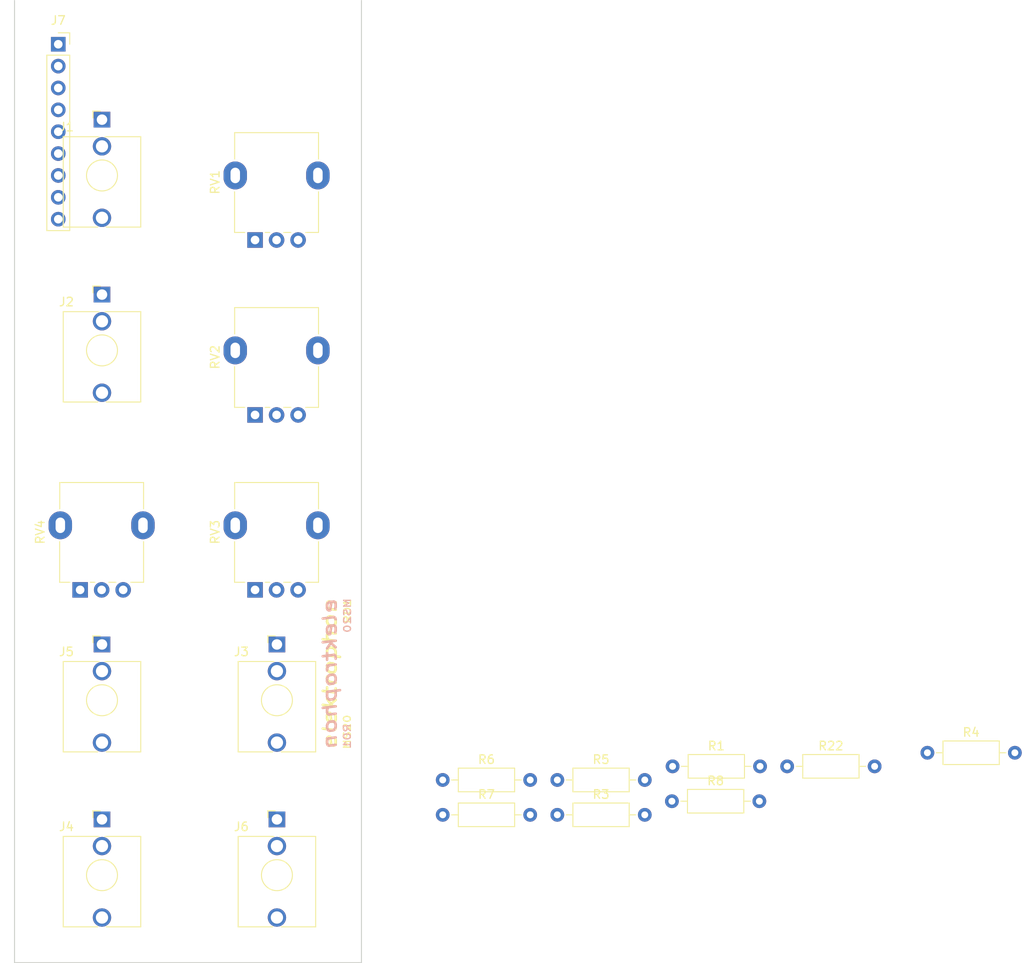
<source format=kicad_pcb>
(kicad_pcb (version 20171130) (host pcbnew 5.1.5-52549c5~84~ubuntu19.04.1)

  (general
    (thickness 1.6)
    (drawings 3)
    (tracks 0)
    (zones 0)
    (modules 20)
    (nets 19)
  )

  (page A4)
  (title_block
    (title Wavefolder)
    (date 2020-02-09)
    (rev R01)
    (comment 1 "PCB for main circuit")
    (comment 2 "Original design by Yves Usson")
    (comment 4 "License CC BY 4.0 - Attribution 4.0 International")
  )

  (layers
    (0 F.Cu signal)
    (31 B.Cu signal)
    (32 B.Adhes user)
    (33 F.Adhes user)
    (34 B.Paste user)
    (35 F.Paste user)
    (36 B.SilkS user)
    (37 F.SilkS user)
    (38 B.Mask user)
    (39 F.Mask user)
    (40 Dwgs.User user)
    (41 Cmts.User user)
    (42 Eco1.User user)
    (43 Eco2.User user)
    (44 Edge.Cuts user)
    (45 Margin user)
    (46 B.CrtYd user)
    (47 F.CrtYd user)
    (48 B.Fab user)
    (49 F.Fab user)
  )

  (setup
    (last_trace_width 0.25)
    (user_trace_width 0.381)
    (user_trace_width 0.762)
    (trace_clearance 0.2)
    (zone_clearance 0.508)
    (zone_45_only no)
    (trace_min 0.2)
    (via_size 0.8)
    (via_drill 0.4)
    (via_min_size 0.4)
    (via_min_drill 0.3)
    (uvia_size 0.3)
    (uvia_drill 0.1)
    (uvias_allowed no)
    (uvia_min_size 0.2)
    (uvia_min_drill 0.1)
    (edge_width 0.05)
    (segment_width 0.2)
    (pcb_text_width 0.3)
    (pcb_text_size 1.5 1.5)
    (mod_edge_width 0.12)
    (mod_text_size 1 1)
    (mod_text_width 0.15)
    (pad_size 1.524 1.524)
    (pad_drill 0.762)
    (pad_to_mask_clearance 0.051)
    (solder_mask_min_width 0.25)
    (aux_axis_origin 0 0)
    (visible_elements 7FFFFFFF)
    (pcbplotparams
      (layerselection 0x010fc_ffffffff)
      (usegerberextensions false)
      (usegerberattributes false)
      (usegerberadvancedattributes false)
      (creategerberjobfile false)
      (excludeedgelayer true)
      (linewidth 0.100000)
      (plotframeref false)
      (viasonmask false)
      (mode 1)
      (useauxorigin false)
      (hpglpennumber 1)
      (hpglpenspeed 20)
      (hpglpendiameter 15.000000)
      (psnegative false)
      (psa4output false)
      (plotreference true)
      (plotvalue true)
      (plotinvisibletext false)
      (padsonsilk false)
      (subtractmaskfromsilk false)
      (outputformat 1)
      (mirror false)
      (drillshape 0)
      (scaleselection 1)
      (outputdirectory "gerbers"))
  )

  (net 0 "")
  (net 1 GND)
  (net 2 +15V)
  (net 3 -15V)
  (net 4 "Net-(J2-PadT)")
  (net 5 "Net-(J5-PadT)")
  (net 6 "Net-(R3-Pad2)")
  (net 7 "Net-(J1-PadT)")
  (net 8 "Net-(J3-PadT)")
  (net 9 "Net-(J4-PadT)")
  (net 10 "Net-(J6-PadT)")
  (net 11 /OUT)
  (net 12 /RES2)
  (net 13 /RES1)
  (net 14 /HP_IN)
  (net 15 /LP_IN)
  (net 16 /CV)
  (net 17 "Net-(R4-Pad2)")
  (net 18 "Net-(R6-Pad2)")

  (net_class Default "This is the default net class."
    (clearance 0.2)
    (trace_width 0.25)
    (via_dia 0.8)
    (via_drill 0.4)
    (uvia_dia 0.3)
    (uvia_drill 0.1)
    (add_net +15V)
    (add_net -15V)
    (add_net /CV)
    (add_net /HP_IN)
    (add_net /LP_IN)
    (add_net /OUT)
    (add_net /RES1)
    (add_net /RES2)
    (add_net GND)
    (add_net "Net-(J1-PadT)")
    (add_net "Net-(J1-PadTN)")
    (add_net "Net-(J2-PadT)")
    (add_net "Net-(J2-PadTN)")
    (add_net "Net-(J3-PadT)")
    (add_net "Net-(J3-PadTN)")
    (add_net "Net-(J4-PadT)")
    (add_net "Net-(J4-PadTN)")
    (add_net "Net-(J5-PadT)")
    (add_net "Net-(J6-PadT)")
    (add_net "Net-(J6-PadTN)")
    (add_net "Net-(R3-Pad2)")
    (add_net "Net-(R4-Pad2)")
    (add_net "Net-(R6-Pad2)")
  )

  (module elektrophon:Potentiometer_Alpha_RD901F-40-00D_Single_Vertical (layer F.Cu) (tedit 5DA46BB9) (tstamp 5E6E5034)
    (at 60.96 111.76 90)
    (descr "Potentiometer, vertical, 9mm, single, http://www.taiwanalpha.com.tw/downloads?target=products&id=113")
    (tags "potentiometer vertical 9mm single")
    (path /5E7E7A25)
    (fp_text reference RV4 (at -0.79 -7.18 270) (layer F.SilkS)
      (effects (font (size 1 1) (thickness 0.15)))
    )
    (fp_text value 100k (at -7.5 7.32 270) (layer F.Fab)
      (effects (font (size 1 1) (thickness 0.15)))
    )
    (fp_line (start -6.62 1.62) (end -6.62 0.79) (layer F.SilkS) (width 0.12))
    (fp_line (start -6.62 -0.83) (end -6.62 -1.36) (layer F.SilkS) (width 0.12))
    (fp_line (start -6.62 -3.73) (end -6.62 -4.91) (layer F.SilkS) (width 0.12))
    (fp_line (start -6.62 4.83) (end -1.9 4.83) (layer F.SilkS) (width 0.12))
    (fp_line (start 1.91 -4.91) (end 4.97 -4.91) (layer F.SilkS) (width 0.12))
    (fp_line (start -6.5 4.71) (end 4.85 4.71) (layer F.Fab) (width 0.1))
    (fp_line (start -6.5 -4.79) (end 4.85 -4.79) (layer F.Fab) (width 0.1))
    (fp_line (start 4.85 4.71) (end 4.85 -4.79) (layer F.Fab) (width 0.1))
    (fp_line (start -6.5 4.71) (end -6.5 -4.79) (layer F.Fab) (width 0.1))
    (fp_circle (center 0 -0.04) (end 0 -3.54) (layer F.Fab) (width 0.1))
    (fp_line (start -6.62 -4.92) (end -1.9 -4.92) (layer F.SilkS) (width 0.12))
    (fp_line (start 1.91 4.83) (end 4.97 4.83) (layer F.SilkS) (width 0.12))
    (fp_line (start -6.62 4.83) (end -6.62 3.34) (layer F.SilkS) (width 0.12))
    (fp_line (start 4.97 4.83) (end 4.97 -4.91) (layer F.SilkS) (width 0.12))
    (fp_line (start 5.1 6.37) (end 5.1 -6.45) (layer F.CrtYd) (width 0.05))
    (fp_line (start 5.1 -6.45) (end -8.65 -6.45) (layer F.CrtYd) (width 0.05))
    (fp_line (start -8.65 -6.45) (end -8.65 6.37) (layer F.CrtYd) (width 0.05))
    (fp_line (start -8.65 6.37) (end 5.1 6.37) (layer F.CrtYd) (width 0.05))
    (fp_text user %R (at 0.12 0 90) (layer F.Fab)
      (effects (font (size 1 1) (thickness 0.15)))
    )
    (pad "" thru_hole oval (at 0 -4.84 180) (size 2.72 3.24) (drill oval 1.1 1.8) (layers *.Cu *.Mask))
    (pad "" thru_hole oval (at 0 4.76 180) (size 2.72 3.24) (drill oval 1.1 1.8) (layers *.Cu *.Mask))
    (pad 3 thru_hole circle (at -7.5 2.46 180) (size 1.8 1.8) (drill 1) (layers *.Cu *.Mask)
      (net 1 GND))
    (pad 2 thru_hole circle (at -7.5 -0.04 180) (size 1.8 1.8) (drill 1) (layers *.Cu *.Mask)
      (net 12 /RES2))
    (pad 1 thru_hole rect (at -7.5 -2.54 180) (size 1.8 1.8) (drill 1) (layers *.Cu *.Mask)
      (net 13 /RES1))
    (model ${KISYS3DMOD}/Potentiometer_THT.3dshapes/Potentiometer_Alpha_RD901F-40-00D_Single_Vertical.wrl
      (at (xyz 0 0 0))
      (scale (xyz 1 1 1))
      (rotate (xyz 0 0 0))
    )
    (model ${KIPRJMOD}/../../../lib/kicad/models/ALPHA-RD901F-40.step
      (at (xyz 0 0 0))
      (scale (xyz 1 1 1))
      (rotate (xyz 0 0 90))
    )
  )

  (module elektrophon:Potentiometer_Alpha_RD901F-40-00D_Single_Vertical (layer F.Cu) (tedit 5DA46BB9) (tstamp 5E6E5018)
    (at 81.28 111.76 90)
    (descr "Potentiometer, vertical, 9mm, single, http://www.taiwanalpha.com.tw/downloads?target=products&id=113")
    (tags "potentiometer vertical 9mm single")
    (path /5E720CFF)
    (fp_text reference RV3 (at -0.79 -7.18 270) (layer F.SilkS)
      (effects (font (size 1 1) (thickness 0.15)))
    )
    (fp_text value 47k (at -7.5 7.32 270) (layer F.Fab)
      (effects (font (size 1 1) (thickness 0.15)))
    )
    (fp_line (start -6.62 1.62) (end -6.62 0.79) (layer F.SilkS) (width 0.12))
    (fp_line (start -6.62 -0.83) (end -6.62 -1.36) (layer F.SilkS) (width 0.12))
    (fp_line (start -6.62 -3.73) (end -6.62 -4.91) (layer F.SilkS) (width 0.12))
    (fp_line (start -6.62 4.83) (end -1.9 4.83) (layer F.SilkS) (width 0.12))
    (fp_line (start 1.91 -4.91) (end 4.97 -4.91) (layer F.SilkS) (width 0.12))
    (fp_line (start -6.5 4.71) (end 4.85 4.71) (layer F.Fab) (width 0.1))
    (fp_line (start -6.5 -4.79) (end 4.85 -4.79) (layer F.Fab) (width 0.1))
    (fp_line (start 4.85 4.71) (end 4.85 -4.79) (layer F.Fab) (width 0.1))
    (fp_line (start -6.5 4.71) (end -6.5 -4.79) (layer F.Fab) (width 0.1))
    (fp_circle (center 0 -0.04) (end 0 -3.54) (layer F.Fab) (width 0.1))
    (fp_line (start -6.62 -4.92) (end -1.9 -4.92) (layer F.SilkS) (width 0.12))
    (fp_line (start 1.91 4.83) (end 4.97 4.83) (layer F.SilkS) (width 0.12))
    (fp_line (start -6.62 4.83) (end -6.62 3.34) (layer F.SilkS) (width 0.12))
    (fp_line (start 4.97 4.83) (end 4.97 -4.91) (layer F.SilkS) (width 0.12))
    (fp_line (start 5.1 6.37) (end 5.1 -6.45) (layer F.CrtYd) (width 0.05))
    (fp_line (start 5.1 -6.45) (end -8.65 -6.45) (layer F.CrtYd) (width 0.05))
    (fp_line (start -8.65 -6.45) (end -8.65 6.37) (layer F.CrtYd) (width 0.05))
    (fp_line (start -8.65 6.37) (end 5.1 6.37) (layer F.CrtYd) (width 0.05))
    (fp_text user %R (at 0.12 0 90) (layer F.Fab)
      (effects (font (size 1 1) (thickness 0.15)))
    )
    (pad "" thru_hole oval (at 0 -4.84 180) (size 2.72 3.24) (drill oval 1.1 1.8) (layers *.Cu *.Mask))
    (pad "" thru_hole oval (at 0 4.76 180) (size 2.72 3.24) (drill oval 1.1 1.8) (layers *.Cu *.Mask))
    (pad 3 thru_hole circle (at -7.5 2.46 180) (size 1.8 1.8) (drill 1) (layers *.Cu *.Mask)
      (net 3 -15V))
    (pad 2 thru_hole circle (at -7.5 -0.04 180) (size 1.8 1.8) (drill 1) (layers *.Cu *.Mask)
      (net 18 "Net-(R6-Pad2)"))
    (pad 1 thru_hole rect (at -7.5 -2.54 180) (size 1.8 1.8) (drill 1) (layers *.Cu *.Mask)
      (net 2 +15V))
    (model ${KISYS3DMOD}/Potentiometer_THT.3dshapes/Potentiometer_Alpha_RD901F-40-00D_Single_Vertical.wrl
      (at (xyz 0 0 0))
      (scale (xyz 1 1 1))
      (rotate (xyz 0 0 0))
    )
    (model ${KIPRJMOD}/../../../lib/kicad/models/ALPHA-RD901F-40.step
      (at (xyz 0 0 0))
      (scale (xyz 1 1 1))
      (rotate (xyz 0 0 90))
    )
  )

  (module elektrophon:Potentiometer_Alpha_RD901F-40-00D_Single_Vertical (layer F.Cu) (tedit 5DA46BB9) (tstamp 5E6E4FFC)
    (at 81.28 91.44 90)
    (descr "Potentiometer, vertical, 9mm, single, http://www.taiwanalpha.com.tw/downloads?target=products&id=113")
    (tags "potentiometer vertical 9mm single")
    (path /5CBD7342)
    (fp_text reference RV2 (at -0.79 -7.18 270) (layer F.SilkS)
      (effects (font (size 1 1) (thickness 0.15)))
    )
    (fp_text value 47k (at -7.5 7.32 270) (layer F.Fab)
      (effects (font (size 1 1) (thickness 0.15)))
    )
    (fp_line (start -6.62 1.62) (end -6.62 0.79) (layer F.SilkS) (width 0.12))
    (fp_line (start -6.62 -0.83) (end -6.62 -1.36) (layer F.SilkS) (width 0.12))
    (fp_line (start -6.62 -3.73) (end -6.62 -4.91) (layer F.SilkS) (width 0.12))
    (fp_line (start -6.62 4.83) (end -1.9 4.83) (layer F.SilkS) (width 0.12))
    (fp_line (start 1.91 -4.91) (end 4.97 -4.91) (layer F.SilkS) (width 0.12))
    (fp_line (start -6.5 4.71) (end 4.85 4.71) (layer F.Fab) (width 0.1))
    (fp_line (start -6.5 -4.79) (end 4.85 -4.79) (layer F.Fab) (width 0.1))
    (fp_line (start 4.85 4.71) (end 4.85 -4.79) (layer F.Fab) (width 0.1))
    (fp_line (start -6.5 4.71) (end -6.5 -4.79) (layer F.Fab) (width 0.1))
    (fp_circle (center 0 -0.04) (end 0 -3.54) (layer F.Fab) (width 0.1))
    (fp_line (start -6.62 -4.92) (end -1.9 -4.92) (layer F.SilkS) (width 0.12))
    (fp_line (start 1.91 4.83) (end 4.97 4.83) (layer F.SilkS) (width 0.12))
    (fp_line (start -6.62 4.83) (end -6.62 3.34) (layer F.SilkS) (width 0.12))
    (fp_line (start 4.97 4.83) (end 4.97 -4.91) (layer F.SilkS) (width 0.12))
    (fp_line (start 5.1 6.37) (end 5.1 -6.45) (layer F.CrtYd) (width 0.05))
    (fp_line (start 5.1 -6.45) (end -8.65 -6.45) (layer F.CrtYd) (width 0.05))
    (fp_line (start -8.65 -6.45) (end -8.65 6.37) (layer F.CrtYd) (width 0.05))
    (fp_line (start -8.65 6.37) (end 5.1 6.37) (layer F.CrtYd) (width 0.05))
    (fp_text user %R (at 0.12 0 90) (layer F.Fab)
      (effects (font (size 1 1) (thickness 0.15)))
    )
    (pad "" thru_hole oval (at 0 -4.84 180) (size 2.72 3.24) (drill oval 1.1 1.8) (layers *.Cu *.Mask))
    (pad "" thru_hole oval (at 0 4.76 180) (size 2.72 3.24) (drill oval 1.1 1.8) (layers *.Cu *.Mask))
    (pad 3 thru_hole circle (at -7.5 2.46 180) (size 1.8 1.8) (drill 1) (layers *.Cu *.Mask)
      (net 4 "Net-(J2-PadT)"))
    (pad 2 thru_hole circle (at -7.5 -0.04 180) (size 1.8 1.8) (drill 1) (layers *.Cu *.Mask)
      (net 17 "Net-(R4-Pad2)"))
    (pad 1 thru_hole rect (at -7.5 -2.54 180) (size 1.8 1.8) (drill 1) (layers *.Cu *.Mask)
      (net 1 GND))
    (model ${KISYS3DMOD}/Potentiometer_THT.3dshapes/Potentiometer_Alpha_RD901F-40-00D_Single_Vertical.wrl
      (at (xyz 0 0 0))
      (scale (xyz 1 1 1))
      (rotate (xyz 0 0 0))
    )
    (model ${KIPRJMOD}/../../../lib/kicad/models/ALPHA-RD901F-40.step
      (at (xyz 0 0 0))
      (scale (xyz 1 1 1))
      (rotate (xyz 0 0 90))
    )
  )

  (module elektrophon:Potentiometer_Alpha_RD901F-40-00D_Single_Vertical (layer F.Cu) (tedit 5DA46BB9) (tstamp 5E6E4FE0)
    (at 81.28 71.12 90)
    (descr "Potentiometer, vertical, 9mm, single, http://www.taiwanalpha.com.tw/downloads?target=products&id=113")
    (tags "potentiometer vertical 9mm single")
    (path /5CBD6C65)
    (fp_text reference RV1 (at -0.79 -7.18 270) (layer F.SilkS)
      (effects (font (size 1 1) (thickness 0.15)))
    )
    (fp_text value 47k (at -7.5 7.32 270) (layer F.Fab)
      (effects (font (size 1 1) (thickness 0.15)))
    )
    (fp_line (start -6.62 1.62) (end -6.62 0.79) (layer F.SilkS) (width 0.12))
    (fp_line (start -6.62 -0.83) (end -6.62 -1.36) (layer F.SilkS) (width 0.12))
    (fp_line (start -6.62 -3.73) (end -6.62 -4.91) (layer F.SilkS) (width 0.12))
    (fp_line (start -6.62 4.83) (end -1.9 4.83) (layer F.SilkS) (width 0.12))
    (fp_line (start 1.91 -4.91) (end 4.97 -4.91) (layer F.SilkS) (width 0.12))
    (fp_line (start -6.5 4.71) (end 4.85 4.71) (layer F.Fab) (width 0.1))
    (fp_line (start -6.5 -4.79) (end 4.85 -4.79) (layer F.Fab) (width 0.1))
    (fp_line (start 4.85 4.71) (end 4.85 -4.79) (layer F.Fab) (width 0.1))
    (fp_line (start -6.5 4.71) (end -6.5 -4.79) (layer F.Fab) (width 0.1))
    (fp_circle (center 0 -0.04) (end 0 -3.54) (layer F.Fab) (width 0.1))
    (fp_line (start -6.62 -4.92) (end -1.9 -4.92) (layer F.SilkS) (width 0.12))
    (fp_line (start 1.91 4.83) (end 4.97 4.83) (layer F.SilkS) (width 0.12))
    (fp_line (start -6.62 4.83) (end -6.62 3.34) (layer F.SilkS) (width 0.12))
    (fp_line (start 4.97 4.83) (end 4.97 -4.91) (layer F.SilkS) (width 0.12))
    (fp_line (start 5.1 6.37) (end 5.1 -6.45) (layer F.CrtYd) (width 0.05))
    (fp_line (start 5.1 -6.45) (end -8.65 -6.45) (layer F.CrtYd) (width 0.05))
    (fp_line (start -8.65 -6.45) (end -8.65 6.37) (layer F.CrtYd) (width 0.05))
    (fp_line (start -8.65 6.37) (end 5.1 6.37) (layer F.CrtYd) (width 0.05))
    (fp_text user %R (at 0.12 0 90) (layer F.Fab)
      (effects (font (size 1 1) (thickness 0.15)))
    )
    (pad "" thru_hole oval (at 0 -4.84 180) (size 2.72 3.24) (drill oval 1.1 1.8) (layers *.Cu *.Mask))
    (pad "" thru_hole oval (at 0 4.76 180) (size 2.72 3.24) (drill oval 1.1 1.8) (layers *.Cu *.Mask))
    (pad 3 thru_hole circle (at -7.5 2.46 180) (size 1.8 1.8) (drill 1) (layers *.Cu *.Mask)
      (net 7 "Net-(J1-PadT)"))
    (pad 2 thru_hole circle (at -7.5 -0.04 180) (size 1.8 1.8) (drill 1) (layers *.Cu *.Mask)
      (net 6 "Net-(R3-Pad2)"))
    (pad 1 thru_hole rect (at -7.5 -2.54 180) (size 1.8 1.8) (drill 1) (layers *.Cu *.Mask)
      (net 1 GND))
    (model ${KISYS3DMOD}/Potentiometer_THT.3dshapes/Potentiometer_Alpha_RD901F-40-00D_Single_Vertical.wrl
      (at (xyz 0 0 0))
      (scale (xyz 1 1 1))
      (rotate (xyz 0 0 0))
    )
    (model ${KIPRJMOD}/../../../lib/kicad/models/ALPHA-RD901F-40.step
      (at (xyz 0 0 0))
      (scale (xyz 1 1 1))
      (rotate (xyz 0 0 90))
    )
  )

  (module Resistor_THT:R_Axial_DIN0207_L6.3mm_D2.5mm_P10.16mm_Horizontal (layer F.Cu) (tedit 5AE5139B) (tstamp 5E6E4FC4)
    (at 140.55 139.76)
    (descr "Resistor, Axial_DIN0207 series, Axial, Horizontal, pin pitch=10.16mm, 0.25W = 1/4W, length*diameter=6.3*2.5mm^2, http://cdn-reichelt.de/documents/datenblatt/B400/1_4W%23YAG.pdf")
    (tags "Resistor Axial_DIN0207 series Axial Horizontal pin pitch 10.16mm 0.25W = 1/4W length 6.3mm diameter 2.5mm")
    (path /5E5FC8C9)
    (fp_text reference R22 (at 5.08 -2.37) (layer F.SilkS)
      (effects (font (size 1 1) (thickness 0.15)))
    )
    (fp_text value 1k (at 5.08 2.37) (layer F.Fab)
      (effects (font (size 1 1) (thickness 0.15)))
    )
    (fp_text user %R (at 5.08 0) (layer F.Fab)
      (effects (font (size 1 1) (thickness 0.15)))
    )
    (fp_line (start 11.21 -1.5) (end -1.05 -1.5) (layer F.CrtYd) (width 0.05))
    (fp_line (start 11.21 1.5) (end 11.21 -1.5) (layer F.CrtYd) (width 0.05))
    (fp_line (start -1.05 1.5) (end 11.21 1.5) (layer F.CrtYd) (width 0.05))
    (fp_line (start -1.05 -1.5) (end -1.05 1.5) (layer F.CrtYd) (width 0.05))
    (fp_line (start 9.12 0) (end 8.35 0) (layer F.SilkS) (width 0.12))
    (fp_line (start 1.04 0) (end 1.81 0) (layer F.SilkS) (width 0.12))
    (fp_line (start 8.35 -1.37) (end 1.81 -1.37) (layer F.SilkS) (width 0.12))
    (fp_line (start 8.35 1.37) (end 8.35 -1.37) (layer F.SilkS) (width 0.12))
    (fp_line (start 1.81 1.37) (end 8.35 1.37) (layer F.SilkS) (width 0.12))
    (fp_line (start 1.81 -1.37) (end 1.81 1.37) (layer F.SilkS) (width 0.12))
    (fp_line (start 10.16 0) (end 8.23 0) (layer F.Fab) (width 0.1))
    (fp_line (start 0 0) (end 1.93 0) (layer F.Fab) (width 0.1))
    (fp_line (start 8.23 -1.25) (end 1.93 -1.25) (layer F.Fab) (width 0.1))
    (fp_line (start 8.23 1.25) (end 8.23 -1.25) (layer F.Fab) (width 0.1))
    (fp_line (start 1.93 1.25) (end 8.23 1.25) (layer F.Fab) (width 0.1))
    (fp_line (start 1.93 -1.25) (end 1.93 1.25) (layer F.Fab) (width 0.1))
    (pad 2 thru_hole oval (at 10.16 0) (size 1.6 1.6) (drill 0.8) (layers *.Cu *.Mask)
      (net 10 "Net-(J6-PadT)"))
    (pad 1 thru_hole circle (at 0 0) (size 1.6 1.6) (drill 0.8) (layers *.Cu *.Mask)
      (net 11 /OUT))
    (model ${KISYS3DMOD}/Resistor_THT.3dshapes/R_Axial_DIN0207_L6.3mm_D2.5mm_P10.16mm_Horizontal.wrl
      (at (xyz 0 0 0))
      (scale (xyz 1 1 1))
      (rotate (xyz 0 0 0))
    )
  )

  (module Resistor_THT:R_Axial_DIN0207_L6.3mm_D2.5mm_P10.16mm_Horizontal (layer F.Cu) (tedit 5AE5139B) (tstamp 5E6E4FAD)
    (at 127.16 143.81)
    (descr "Resistor, Axial_DIN0207 series, Axial, Horizontal, pin pitch=10.16mm, 0.25W = 1/4W, length*diameter=6.3*2.5mm^2, http://cdn-reichelt.de/documents/datenblatt/B400/1_4W%23YAG.pdf")
    (tags "Resistor Axial_DIN0207 series Axial Horizontal pin pitch 10.16mm 0.25W = 1/4W length 6.3mm diameter 2.5mm")
    (path /5E7E7A07)
    (fp_text reference R8 (at 5.08 -2.37) (layer F.SilkS)
      (effects (font (size 1 1) (thickness 0.15)))
    )
    (fp_text value 1k8 (at 5.08 2.37) (layer F.Fab)
      (effects (font (size 1 1) (thickness 0.15)))
    )
    (fp_text user %R (at 5.08 0) (layer F.Fab)
      (effects (font (size 1 1) (thickness 0.15)))
    )
    (fp_line (start 11.21 -1.5) (end -1.05 -1.5) (layer F.CrtYd) (width 0.05))
    (fp_line (start 11.21 1.5) (end 11.21 -1.5) (layer F.CrtYd) (width 0.05))
    (fp_line (start -1.05 1.5) (end 11.21 1.5) (layer F.CrtYd) (width 0.05))
    (fp_line (start -1.05 -1.5) (end -1.05 1.5) (layer F.CrtYd) (width 0.05))
    (fp_line (start 9.12 0) (end 8.35 0) (layer F.SilkS) (width 0.12))
    (fp_line (start 1.04 0) (end 1.81 0) (layer F.SilkS) (width 0.12))
    (fp_line (start 8.35 -1.37) (end 1.81 -1.37) (layer F.SilkS) (width 0.12))
    (fp_line (start 8.35 1.37) (end 8.35 -1.37) (layer F.SilkS) (width 0.12))
    (fp_line (start 1.81 1.37) (end 8.35 1.37) (layer F.SilkS) (width 0.12))
    (fp_line (start 1.81 -1.37) (end 1.81 1.37) (layer F.SilkS) (width 0.12))
    (fp_line (start 10.16 0) (end 8.23 0) (layer F.Fab) (width 0.1))
    (fp_line (start 0 0) (end 1.93 0) (layer F.Fab) (width 0.1))
    (fp_line (start 8.23 -1.25) (end 1.93 -1.25) (layer F.Fab) (width 0.1))
    (fp_line (start 8.23 1.25) (end 8.23 -1.25) (layer F.Fab) (width 0.1))
    (fp_line (start 1.93 1.25) (end 8.23 1.25) (layer F.Fab) (width 0.1))
    (fp_line (start 1.93 -1.25) (end 1.93 1.25) (layer F.Fab) (width 0.1))
    (pad 2 thru_hole oval (at 10.16 0) (size 1.6 1.6) (drill 0.8) (layers *.Cu *.Mask)
      (net 16 /CV))
    (pad 1 thru_hole circle (at 0 0) (size 1.6 1.6) (drill 0.8) (layers *.Cu *.Mask)
      (net 1 GND))
    (model ${KISYS3DMOD}/Resistor_THT.3dshapes/R_Axial_DIN0207_L6.3mm_D2.5mm_P10.16mm_Horizontal.wrl
      (at (xyz 0 0 0))
      (scale (xyz 1 1 1))
      (rotate (xyz 0 0 0))
    )
  )

  (module Resistor_THT:R_Axial_DIN0207_L6.3mm_D2.5mm_P10.16mm_Horizontal (layer F.Cu) (tedit 5AE5139B) (tstamp 5E6E4F96)
    (at 100.54 145.39)
    (descr "Resistor, Axial_DIN0207 series, Axial, Horizontal, pin pitch=10.16mm, 0.25W = 1/4W, length*diameter=6.3*2.5mm^2, http://cdn-reichelt.de/documents/datenblatt/B400/1_4W%23YAG.pdf")
    (tags "Resistor Axial_DIN0207 series Axial Horizontal pin pitch 10.16mm 0.25W = 1/4W length 6.3mm diameter 2.5mm")
    (path /5E7E7A0E)
    (fp_text reference R7 (at 5.08 -2.37) (layer F.SilkS)
      (effects (font (size 1 1) (thickness 0.15)))
    )
    (fp_text value 10k (at 5.08 2.37) (layer F.Fab)
      (effects (font (size 1 1) (thickness 0.15)))
    )
    (fp_text user %R (at 5.08 0) (layer F.Fab)
      (effects (font (size 1 1) (thickness 0.15)))
    )
    (fp_line (start 11.21 -1.5) (end -1.05 -1.5) (layer F.CrtYd) (width 0.05))
    (fp_line (start 11.21 1.5) (end 11.21 -1.5) (layer F.CrtYd) (width 0.05))
    (fp_line (start -1.05 1.5) (end 11.21 1.5) (layer F.CrtYd) (width 0.05))
    (fp_line (start -1.05 -1.5) (end -1.05 1.5) (layer F.CrtYd) (width 0.05))
    (fp_line (start 9.12 0) (end 8.35 0) (layer F.SilkS) (width 0.12))
    (fp_line (start 1.04 0) (end 1.81 0) (layer F.SilkS) (width 0.12))
    (fp_line (start 8.35 -1.37) (end 1.81 -1.37) (layer F.SilkS) (width 0.12))
    (fp_line (start 8.35 1.37) (end 8.35 -1.37) (layer F.SilkS) (width 0.12))
    (fp_line (start 1.81 1.37) (end 8.35 1.37) (layer F.SilkS) (width 0.12))
    (fp_line (start 1.81 -1.37) (end 1.81 1.37) (layer F.SilkS) (width 0.12))
    (fp_line (start 10.16 0) (end 8.23 0) (layer F.Fab) (width 0.1))
    (fp_line (start 0 0) (end 1.93 0) (layer F.Fab) (width 0.1))
    (fp_line (start 8.23 -1.25) (end 1.93 -1.25) (layer F.Fab) (width 0.1))
    (fp_line (start 8.23 1.25) (end 8.23 -1.25) (layer F.Fab) (width 0.1))
    (fp_line (start 1.93 1.25) (end 8.23 1.25) (layer F.Fab) (width 0.1))
    (fp_line (start 1.93 -1.25) (end 1.93 1.25) (layer F.Fab) (width 0.1))
    (pad 2 thru_hole oval (at 10.16 0) (size 1.6 1.6) (drill 0.8) (layers *.Cu *.Mask)
      (net 9 "Net-(J4-PadT)"))
    (pad 1 thru_hole circle (at 0 0) (size 1.6 1.6) (drill 0.8) (layers *.Cu *.Mask)
      (net 15 /LP_IN))
    (model ${KISYS3DMOD}/Resistor_THT.3dshapes/R_Axial_DIN0207_L6.3mm_D2.5mm_P10.16mm_Horizontal.wrl
      (at (xyz 0 0 0))
      (scale (xyz 1 1 1))
      (rotate (xyz 0 0 0))
    )
  )

  (module Resistor_THT:R_Axial_DIN0207_L6.3mm_D2.5mm_P10.16mm_Horizontal (layer F.Cu) (tedit 5AE5139B) (tstamp 5E6E4F7F)
    (at 100.54 141.34)
    (descr "Resistor, Axial_DIN0207 series, Axial, Horizontal, pin pitch=10.16mm, 0.25W = 1/4W, length*diameter=6.3*2.5mm^2, http://cdn-reichelt.de/documents/datenblatt/B400/1_4W%23YAG.pdf")
    (tags "Resistor Axial_DIN0207 series Axial Horizontal pin pitch 10.16mm 0.25W = 1/4W length 6.3mm diameter 2.5mm")
    (path /5CBDD358)
    (fp_text reference R6 (at 5.08 -2.37) (layer F.SilkS)
      (effects (font (size 1 1) (thickness 0.15)))
    )
    (fp_text value 100k (at 5.08 2.37) (layer F.Fab)
      (effects (font (size 1 1) (thickness 0.15)))
    )
    (fp_text user %R (at 5.08 0) (layer F.Fab)
      (effects (font (size 1 1) (thickness 0.15)))
    )
    (fp_line (start 11.21 -1.5) (end -1.05 -1.5) (layer F.CrtYd) (width 0.05))
    (fp_line (start 11.21 1.5) (end 11.21 -1.5) (layer F.CrtYd) (width 0.05))
    (fp_line (start -1.05 1.5) (end 11.21 1.5) (layer F.CrtYd) (width 0.05))
    (fp_line (start -1.05 -1.5) (end -1.05 1.5) (layer F.CrtYd) (width 0.05))
    (fp_line (start 9.12 0) (end 8.35 0) (layer F.SilkS) (width 0.12))
    (fp_line (start 1.04 0) (end 1.81 0) (layer F.SilkS) (width 0.12))
    (fp_line (start 8.35 -1.37) (end 1.81 -1.37) (layer F.SilkS) (width 0.12))
    (fp_line (start 8.35 1.37) (end 8.35 -1.37) (layer F.SilkS) (width 0.12))
    (fp_line (start 1.81 1.37) (end 8.35 1.37) (layer F.SilkS) (width 0.12))
    (fp_line (start 1.81 -1.37) (end 1.81 1.37) (layer F.SilkS) (width 0.12))
    (fp_line (start 10.16 0) (end 8.23 0) (layer F.Fab) (width 0.1))
    (fp_line (start 0 0) (end 1.93 0) (layer F.Fab) (width 0.1))
    (fp_line (start 8.23 -1.25) (end 1.93 -1.25) (layer F.Fab) (width 0.1))
    (fp_line (start 8.23 1.25) (end 8.23 -1.25) (layer F.Fab) (width 0.1))
    (fp_line (start 1.93 1.25) (end 8.23 1.25) (layer F.Fab) (width 0.1))
    (fp_line (start 1.93 -1.25) (end 1.93 1.25) (layer F.Fab) (width 0.1))
    (pad 2 thru_hole oval (at 10.16 0) (size 1.6 1.6) (drill 0.8) (layers *.Cu *.Mask)
      (net 18 "Net-(R6-Pad2)"))
    (pad 1 thru_hole circle (at 0 0) (size 1.6 1.6) (drill 0.8) (layers *.Cu *.Mask)
      (net 16 /CV))
    (model ${KISYS3DMOD}/Resistor_THT.3dshapes/R_Axial_DIN0207_L6.3mm_D2.5mm_P10.16mm_Horizontal.wrl
      (at (xyz 0 0 0))
      (scale (xyz 1 1 1))
      (rotate (xyz 0 0 0))
    )
  )

  (module Resistor_THT:R_Axial_DIN0207_L6.3mm_D2.5mm_P10.16mm_Horizontal (layer F.Cu) (tedit 5AE5139B) (tstamp 5E6E4F68)
    (at 113.85 141.34)
    (descr "Resistor, Axial_DIN0207 series, Axial, Horizontal, pin pitch=10.16mm, 0.25W = 1/4W, length*diameter=6.3*2.5mm^2, http://cdn-reichelt.de/documents/datenblatt/B400/1_4W%23YAG.pdf")
    (tags "Resistor Axial_DIN0207 series Axial Horizontal pin pitch 10.16mm 0.25W = 1/4W length 6.3mm diameter 2.5mm")
    (path /5CBDD9B6)
    (fp_text reference R5 (at 5.08 -2.37) (layer F.SilkS)
      (effects (font (size 1 1) (thickness 0.15)))
    )
    (fp_text value 100k (at 5.08 2.37) (layer F.Fab)
      (effects (font (size 1 1) (thickness 0.15)))
    )
    (fp_text user %R (at 5.08 0) (layer F.Fab)
      (effects (font (size 1 1) (thickness 0.15)))
    )
    (fp_line (start 11.21 -1.5) (end -1.05 -1.5) (layer F.CrtYd) (width 0.05))
    (fp_line (start 11.21 1.5) (end 11.21 -1.5) (layer F.CrtYd) (width 0.05))
    (fp_line (start -1.05 1.5) (end 11.21 1.5) (layer F.CrtYd) (width 0.05))
    (fp_line (start -1.05 -1.5) (end -1.05 1.5) (layer F.CrtYd) (width 0.05))
    (fp_line (start 9.12 0) (end 8.35 0) (layer F.SilkS) (width 0.12))
    (fp_line (start 1.04 0) (end 1.81 0) (layer F.SilkS) (width 0.12))
    (fp_line (start 8.35 -1.37) (end 1.81 -1.37) (layer F.SilkS) (width 0.12))
    (fp_line (start 8.35 1.37) (end 8.35 -1.37) (layer F.SilkS) (width 0.12))
    (fp_line (start 1.81 1.37) (end 8.35 1.37) (layer F.SilkS) (width 0.12))
    (fp_line (start 1.81 -1.37) (end 1.81 1.37) (layer F.SilkS) (width 0.12))
    (fp_line (start 10.16 0) (end 8.23 0) (layer F.Fab) (width 0.1))
    (fp_line (start 0 0) (end 1.93 0) (layer F.Fab) (width 0.1))
    (fp_line (start 8.23 -1.25) (end 1.93 -1.25) (layer F.Fab) (width 0.1))
    (fp_line (start 8.23 1.25) (end 8.23 -1.25) (layer F.Fab) (width 0.1))
    (fp_line (start 1.93 1.25) (end 8.23 1.25) (layer F.Fab) (width 0.1))
    (fp_line (start 1.93 -1.25) (end 1.93 1.25) (layer F.Fab) (width 0.1))
    (pad 2 thru_hole oval (at 10.16 0) (size 1.6 1.6) (drill 0.8) (layers *.Cu *.Mask)
      (net 8 "Net-(J3-PadT)"))
    (pad 1 thru_hole circle (at 0 0) (size 1.6 1.6) (drill 0.8) (layers *.Cu *.Mask)
      (net 16 /CV))
    (model ${KISYS3DMOD}/Resistor_THT.3dshapes/R_Axial_DIN0207_L6.3mm_D2.5mm_P10.16mm_Horizontal.wrl
      (at (xyz 0 0 0))
      (scale (xyz 1 1 1))
      (rotate (xyz 0 0 0))
    )
  )

  (module Resistor_THT:R_Axial_DIN0207_L6.3mm_D2.5mm_P10.16mm_Horizontal (layer F.Cu) (tedit 5AE5139B) (tstamp 5E6E4F51)
    (at 156.84 138.18)
    (descr "Resistor, Axial_DIN0207 series, Axial, Horizontal, pin pitch=10.16mm, 0.25W = 1/4W, length*diameter=6.3*2.5mm^2, http://cdn-reichelt.de/documents/datenblatt/B400/1_4W%23YAG.pdf")
    (tags "Resistor Axial_DIN0207 series Axial Horizontal pin pitch 10.16mm 0.25W = 1/4W length 6.3mm diameter 2.5mm")
    (path /5CBDCE65)
    (fp_text reference R4 (at 5.08 -2.37) (layer F.SilkS)
      (effects (font (size 1 1) (thickness 0.15)))
    )
    (fp_text value 100k (at 5.08 2.37) (layer F.Fab)
      (effects (font (size 1 1) (thickness 0.15)))
    )
    (fp_text user %R (at 5.08 0) (layer F.Fab)
      (effects (font (size 1 1) (thickness 0.15)))
    )
    (fp_line (start 11.21 -1.5) (end -1.05 -1.5) (layer F.CrtYd) (width 0.05))
    (fp_line (start 11.21 1.5) (end 11.21 -1.5) (layer F.CrtYd) (width 0.05))
    (fp_line (start -1.05 1.5) (end 11.21 1.5) (layer F.CrtYd) (width 0.05))
    (fp_line (start -1.05 -1.5) (end -1.05 1.5) (layer F.CrtYd) (width 0.05))
    (fp_line (start 9.12 0) (end 8.35 0) (layer F.SilkS) (width 0.12))
    (fp_line (start 1.04 0) (end 1.81 0) (layer F.SilkS) (width 0.12))
    (fp_line (start 8.35 -1.37) (end 1.81 -1.37) (layer F.SilkS) (width 0.12))
    (fp_line (start 8.35 1.37) (end 8.35 -1.37) (layer F.SilkS) (width 0.12))
    (fp_line (start 1.81 1.37) (end 8.35 1.37) (layer F.SilkS) (width 0.12))
    (fp_line (start 1.81 -1.37) (end 1.81 1.37) (layer F.SilkS) (width 0.12))
    (fp_line (start 10.16 0) (end 8.23 0) (layer F.Fab) (width 0.1))
    (fp_line (start 0 0) (end 1.93 0) (layer F.Fab) (width 0.1))
    (fp_line (start 8.23 -1.25) (end 1.93 -1.25) (layer F.Fab) (width 0.1))
    (fp_line (start 8.23 1.25) (end 8.23 -1.25) (layer F.Fab) (width 0.1))
    (fp_line (start 1.93 1.25) (end 8.23 1.25) (layer F.Fab) (width 0.1))
    (fp_line (start 1.93 -1.25) (end 1.93 1.25) (layer F.Fab) (width 0.1))
    (pad 2 thru_hole oval (at 10.16 0) (size 1.6 1.6) (drill 0.8) (layers *.Cu *.Mask)
      (net 17 "Net-(R4-Pad2)"))
    (pad 1 thru_hole circle (at 0 0) (size 1.6 1.6) (drill 0.8) (layers *.Cu *.Mask)
      (net 16 /CV))
    (model ${KISYS3DMOD}/Resistor_THT.3dshapes/R_Axial_DIN0207_L6.3mm_D2.5mm_P10.16mm_Horizontal.wrl
      (at (xyz 0 0 0))
      (scale (xyz 1 1 1))
      (rotate (xyz 0 0 0))
    )
  )

  (module Resistor_THT:R_Axial_DIN0207_L6.3mm_D2.5mm_P10.16mm_Horizontal (layer F.Cu) (tedit 5AE5139B) (tstamp 5E6E4F3A)
    (at 113.85 145.39)
    (descr "Resistor, Axial_DIN0207 series, Axial, Horizontal, pin pitch=10.16mm, 0.25W = 1/4W, length*diameter=6.3*2.5mm^2, http://cdn-reichelt.de/documents/datenblatt/B400/1_4W%23YAG.pdf")
    (tags "Resistor Axial_DIN0207 series Axial Horizontal pin pitch 10.16mm 0.25W = 1/4W length 6.3mm diameter 2.5mm")
    (path /5CBDCB39)
    (fp_text reference R3 (at 5.08 -2.37) (layer F.SilkS)
      (effects (font (size 1 1) (thickness 0.15)))
    )
    (fp_text value 100k (at 5.08 2.37) (layer F.Fab)
      (effects (font (size 1 1) (thickness 0.15)))
    )
    (fp_text user %R (at 5.08 0) (layer F.Fab)
      (effects (font (size 1 1) (thickness 0.15)))
    )
    (fp_line (start 11.21 -1.5) (end -1.05 -1.5) (layer F.CrtYd) (width 0.05))
    (fp_line (start 11.21 1.5) (end 11.21 -1.5) (layer F.CrtYd) (width 0.05))
    (fp_line (start -1.05 1.5) (end 11.21 1.5) (layer F.CrtYd) (width 0.05))
    (fp_line (start -1.05 -1.5) (end -1.05 1.5) (layer F.CrtYd) (width 0.05))
    (fp_line (start 9.12 0) (end 8.35 0) (layer F.SilkS) (width 0.12))
    (fp_line (start 1.04 0) (end 1.81 0) (layer F.SilkS) (width 0.12))
    (fp_line (start 8.35 -1.37) (end 1.81 -1.37) (layer F.SilkS) (width 0.12))
    (fp_line (start 8.35 1.37) (end 8.35 -1.37) (layer F.SilkS) (width 0.12))
    (fp_line (start 1.81 1.37) (end 8.35 1.37) (layer F.SilkS) (width 0.12))
    (fp_line (start 1.81 -1.37) (end 1.81 1.37) (layer F.SilkS) (width 0.12))
    (fp_line (start 10.16 0) (end 8.23 0) (layer F.Fab) (width 0.1))
    (fp_line (start 0 0) (end 1.93 0) (layer F.Fab) (width 0.1))
    (fp_line (start 8.23 -1.25) (end 1.93 -1.25) (layer F.Fab) (width 0.1))
    (fp_line (start 8.23 1.25) (end 8.23 -1.25) (layer F.Fab) (width 0.1))
    (fp_line (start 1.93 1.25) (end 8.23 1.25) (layer F.Fab) (width 0.1))
    (fp_line (start 1.93 -1.25) (end 1.93 1.25) (layer F.Fab) (width 0.1))
    (pad 2 thru_hole oval (at 10.16 0) (size 1.6 1.6) (drill 0.8) (layers *.Cu *.Mask)
      (net 6 "Net-(R3-Pad2)"))
    (pad 1 thru_hole circle (at 0 0) (size 1.6 1.6) (drill 0.8) (layers *.Cu *.Mask)
      (net 16 /CV))
    (model ${KISYS3DMOD}/Resistor_THT.3dshapes/R_Axial_DIN0207_L6.3mm_D2.5mm_P10.16mm_Horizontal.wrl
      (at (xyz 0 0 0))
      (scale (xyz 1 1 1))
      (rotate (xyz 0 0 0))
    )
  )

  (module Resistor_THT:R_Axial_DIN0207_L6.3mm_D2.5mm_P10.16mm_Horizontal (layer F.Cu) (tedit 5AE5139B) (tstamp 5E6E4F23)
    (at 127.24 139.76)
    (descr "Resistor, Axial_DIN0207 series, Axial, Horizontal, pin pitch=10.16mm, 0.25W = 1/4W, length*diameter=6.3*2.5mm^2, http://cdn-reichelt.de/documents/datenblatt/B400/1_4W%23YAG.pdf")
    (tags "Resistor Axial_DIN0207 series Axial Horizontal pin pitch 10.16mm 0.25W = 1/4W length 6.3mm diameter 2.5mm")
    (path /5E6FE900)
    (fp_text reference R1 (at 5.08 -2.37) (layer F.SilkS)
      (effects (font (size 1 1) (thickness 0.15)))
    )
    (fp_text value 10k (at 5.08 2.37) (layer F.Fab)
      (effects (font (size 1 1) (thickness 0.15)))
    )
    (fp_text user %R (at 5.08 0) (layer F.Fab)
      (effects (font (size 1 1) (thickness 0.15)))
    )
    (fp_line (start 11.21 -1.5) (end -1.05 -1.5) (layer F.CrtYd) (width 0.05))
    (fp_line (start 11.21 1.5) (end 11.21 -1.5) (layer F.CrtYd) (width 0.05))
    (fp_line (start -1.05 1.5) (end 11.21 1.5) (layer F.CrtYd) (width 0.05))
    (fp_line (start -1.05 -1.5) (end -1.05 1.5) (layer F.CrtYd) (width 0.05))
    (fp_line (start 9.12 0) (end 8.35 0) (layer F.SilkS) (width 0.12))
    (fp_line (start 1.04 0) (end 1.81 0) (layer F.SilkS) (width 0.12))
    (fp_line (start 8.35 -1.37) (end 1.81 -1.37) (layer F.SilkS) (width 0.12))
    (fp_line (start 8.35 1.37) (end 8.35 -1.37) (layer F.SilkS) (width 0.12))
    (fp_line (start 1.81 1.37) (end 8.35 1.37) (layer F.SilkS) (width 0.12))
    (fp_line (start 1.81 -1.37) (end 1.81 1.37) (layer F.SilkS) (width 0.12))
    (fp_line (start 10.16 0) (end 8.23 0) (layer F.Fab) (width 0.1))
    (fp_line (start 0 0) (end 1.93 0) (layer F.Fab) (width 0.1))
    (fp_line (start 8.23 -1.25) (end 1.93 -1.25) (layer F.Fab) (width 0.1))
    (fp_line (start 8.23 1.25) (end 8.23 -1.25) (layer F.Fab) (width 0.1))
    (fp_line (start 1.93 1.25) (end 8.23 1.25) (layer F.Fab) (width 0.1))
    (fp_line (start 1.93 -1.25) (end 1.93 1.25) (layer F.Fab) (width 0.1))
    (pad 2 thru_hole oval (at 10.16 0) (size 1.6 1.6) (drill 0.8) (layers *.Cu *.Mask)
      (net 5 "Net-(J5-PadT)"))
    (pad 1 thru_hole circle (at 0 0) (size 1.6 1.6) (drill 0.8) (layers *.Cu *.Mask)
      (net 14 /HP_IN))
    (model ${KISYS3DMOD}/Resistor_THT.3dshapes/R_Axial_DIN0207_L6.3mm_D2.5mm_P10.16mm_Horizontal.wrl
      (at (xyz 0 0 0))
      (scale (xyz 1 1 1))
      (rotate (xyz 0 0 0))
    )
  )

  (module Connector_PinSocket_2.54mm:PinSocket_1x09_P2.54mm_Vertical (layer F.Cu) (tedit 5A19A431) (tstamp 5E6E4F0C)
    (at 55.88 55.88)
    (descr "Through hole straight socket strip, 1x09, 2.54mm pitch, single row (from Kicad 4.0.7), script generated")
    (tags "Through hole socket strip THT 1x09 2.54mm single row")
    (path /5E71841B)
    (fp_text reference J7 (at 0 -2.77) (layer F.SilkS)
      (effects (font (size 1 1) (thickness 0.15)))
    )
    (fp_text value Conn_01x09_Male (at 0 23.09) (layer F.Fab)
      (effects (font (size 1 1) (thickness 0.15)))
    )
    (fp_text user %R (at 0 10.16 90) (layer F.Fab)
      (effects (font (size 1 1) (thickness 0.15)))
    )
    (fp_line (start -1.8 22.1) (end -1.8 -1.8) (layer F.CrtYd) (width 0.05))
    (fp_line (start 1.75 22.1) (end -1.8 22.1) (layer F.CrtYd) (width 0.05))
    (fp_line (start 1.75 -1.8) (end 1.75 22.1) (layer F.CrtYd) (width 0.05))
    (fp_line (start -1.8 -1.8) (end 1.75 -1.8) (layer F.CrtYd) (width 0.05))
    (fp_line (start 0 -1.33) (end 1.33 -1.33) (layer F.SilkS) (width 0.12))
    (fp_line (start 1.33 -1.33) (end 1.33 0) (layer F.SilkS) (width 0.12))
    (fp_line (start 1.33 1.27) (end 1.33 21.65) (layer F.SilkS) (width 0.12))
    (fp_line (start -1.33 21.65) (end 1.33 21.65) (layer F.SilkS) (width 0.12))
    (fp_line (start -1.33 1.27) (end -1.33 21.65) (layer F.SilkS) (width 0.12))
    (fp_line (start -1.33 1.27) (end 1.33 1.27) (layer F.SilkS) (width 0.12))
    (fp_line (start -1.27 21.59) (end -1.27 -1.27) (layer F.Fab) (width 0.1))
    (fp_line (start 1.27 21.59) (end -1.27 21.59) (layer F.Fab) (width 0.1))
    (fp_line (start 1.27 -0.635) (end 1.27 21.59) (layer F.Fab) (width 0.1))
    (fp_line (start 0.635 -1.27) (end 1.27 -0.635) (layer F.Fab) (width 0.1))
    (fp_line (start -1.27 -1.27) (end 0.635 -1.27) (layer F.Fab) (width 0.1))
    (pad 9 thru_hole oval (at 0 20.32) (size 1.7 1.7) (drill 1) (layers *.Cu *.Mask)
      (net 11 /OUT))
    (pad 8 thru_hole oval (at 0 17.78) (size 1.7 1.7) (drill 1) (layers *.Cu *.Mask)
      (net 12 /RES2))
    (pad 7 thru_hole oval (at 0 15.24) (size 1.7 1.7) (drill 1) (layers *.Cu *.Mask)
      (net 13 /RES1))
    (pad 6 thru_hole oval (at 0 12.7) (size 1.7 1.7) (drill 1) (layers *.Cu *.Mask)
      (net 14 /HP_IN))
    (pad 5 thru_hole oval (at 0 10.16) (size 1.7 1.7) (drill 1) (layers *.Cu *.Mask)
      (net 15 /LP_IN))
    (pad 4 thru_hole oval (at 0 7.62) (size 1.7 1.7) (drill 1) (layers *.Cu *.Mask)
      (net 16 /CV))
    (pad 3 thru_hole oval (at 0 5.08) (size 1.7 1.7) (drill 1) (layers *.Cu *.Mask)
      (net 1 GND))
    (pad 2 thru_hole oval (at 0 2.54) (size 1.7 1.7) (drill 1) (layers *.Cu *.Mask)
      (net 3 -15V))
    (pad 1 thru_hole rect (at 0 0) (size 1.7 1.7) (drill 1) (layers *.Cu *.Mask)
      (net 2 +15V))
    (model ${KISYS3DMOD}/Connector_PinSocket_2.54mm.3dshapes/PinSocket_1x09_P2.54mm_Vertical.wrl
      (at (xyz 0 0 0))
      (scale (xyz 1 1 1))
      (rotate (xyz 0 0 0))
    )
  )

  (module elektrophon:Jack_3.5mm_WQP-PJ398SM_Vertical (layer F.Cu) (tedit 5DA46BDA) (tstamp 5E6E4EEF)
    (at 81.28 152.4)
    (descr "TRS 3.5mm, vertical, Thonkiconn, PCB mount, (http://www.qingpu-electronics.com/en/products/WQP-PJ398SM-362.html)")
    (tags "WQP-PJ398SM WQP-PJ301M-12 TRS 3.5mm mono vertical jack thonkiconn qingpu")
    (path /5D7D8B20)
    (fp_text reference J6 (at -4.13 -5.63) (layer F.SilkS)
      (effects (font (size 1 1) (thickness 0.15)))
    )
    (fp_text value OUT (at 0 -1.48) (layer F.Fab)
      (effects (font (size 1 1) (thickness 0.15)))
    )
    (fp_text user KEEPOUT (at 0 0 180) (layer Cmts.User)
      (effects (font (size 0.4 0.4) (thickness 0.051)))
    )
    (fp_line (start -5 6.5) (end -5 -7.9) (layer F.CrtYd) (width 0.05))
    (fp_line (start -4.5 6) (end -4.5 -4.4) (layer F.Fab) (width 0.1))
    (fp_text user %R (at 0 1.52) (layer F.Fab)
      (effects (font (size 1 1) (thickness 0.15)))
    )
    (fp_line (start -4.5 -4.5) (end -4.5 6) (layer F.SilkS) (width 0.12))
    (fp_line (start 4.5 -4.5) (end 4.5 6) (layer F.SilkS) (width 0.12))
    (fp_circle (center 0 0) (end 1.5 0) (layer Dwgs.User) (width 0.12))
    (fp_line (start 0.09 1.48) (end 1.48 0.09) (layer Dwgs.User) (width 0.12))
    (fp_line (start -0.58 1.35) (end 1.36 -0.59) (layer Dwgs.User) (width 0.12))
    (fp_line (start -1.07 1.01) (end 1.01 -1.07) (layer Dwgs.User) (width 0.12))
    (fp_line (start -1.42 0.395) (end 0.4 -1.42) (layer Dwgs.User) (width 0.12))
    (fp_line (start -1.41 -0.46) (end -0.46 -1.41) (layer Dwgs.User) (width 0.12))
    (fp_line (start 4.5 6) (end 0.5 6) (layer F.SilkS) (width 0.12))
    (fp_line (start -0.5 6) (end -4.5 6) (layer F.SilkS) (width 0.12))
    (fp_line (start 4.5 -4.5) (end 0.35 -4.5) (layer F.SilkS) (width 0.12))
    (fp_line (start -0.35 -4.5) (end -4.5 -4.5) (layer F.SilkS) (width 0.12))
    (fp_circle (center 0 0) (end 1.8 0) (layer F.SilkS) (width 0.12))
    (fp_line (start -1.06 -7.48) (end -1.06 -6.68) (layer F.SilkS) (width 0.12))
    (fp_line (start -1.06 -7.48) (end -0.2 -7.48) (layer F.SilkS) (width 0.12))
    (fp_line (start 4.5 6) (end 4.5 -4.4) (layer F.Fab) (width 0.1))
    (fp_line (start 4.5 6) (end -4.5 6) (layer F.Fab) (width 0.1))
    (fp_line (start 5 6.5) (end 5 -7.9) (layer F.CrtYd) (width 0.05))
    (fp_line (start 5 6.5) (end -5 6.5) (layer F.CrtYd) (width 0.05))
    (fp_line (start 5 -7.9) (end -5 -7.9) (layer F.CrtYd) (width 0.05))
    (fp_line (start 4.5 -4.45) (end -4.5 -4.45) (layer F.Fab) (width 0.1))
    (fp_circle (center 0 0) (end 1.8 0) (layer F.Fab) (width 0.1))
    (fp_line (start 0 -6.48) (end 0 -4.45) (layer F.Fab) (width 0.1))
    (pad TN thru_hole circle (at 0 -3.38 180) (size 2.13 2.13) (drill 1.42) (layers *.Cu *.Mask))
    (pad S thru_hole rect (at 0 -6.48 180) (size 1.93 1.83) (drill 1.22) (layers *.Cu *.Mask)
      (net 1 GND))
    (pad T thru_hole circle (at 0 4.92 180) (size 2.13 2.13) (drill 1.43) (layers *.Cu *.Mask)
      (net 10 "Net-(J6-PadT)"))
    (model ${KISYS3DMOD}/Connector_Audio.3dshapes/Jack_3.5mm_QingPu_WQP-PJ398SM_Vertical.wrl
      (at (xyz 0 0 0))
      (scale (xyz 1 1 1))
      (rotate (xyz 0 0 0))
    )
    (model "${KIPRJMOD}/../../../lib/kicad/models/PJ301M-12 Thonkiconn v0.2.stp"
      (offset (xyz 0 -1 0))
      (scale (xyz 1 1 1))
      (rotate (xyz 0 0 180))
    )
  )

  (module elektrophon:Jack_3.5mm_WQP-PJ398SM_Vertical (layer F.Cu) (tedit 5DA46BDA) (tstamp 5E6E4ECD)
    (at 60.96 132.08)
    (descr "TRS 3.5mm, vertical, Thonkiconn, PCB mount, (http://www.qingpu-electronics.com/en/products/WQP-PJ398SM-362.html)")
    (tags "WQP-PJ398SM WQP-PJ301M-12 TRS 3.5mm mono vertical jack thonkiconn qingpu")
    (path /5E720CF6)
    (fp_text reference J5 (at -4.13 -5.63) (layer F.SilkS)
      (effects (font (size 1 1) (thickness 0.15)))
    )
    (fp_text value "HP IN" (at 0 -1.48) (layer F.Fab)
      (effects (font (size 1 1) (thickness 0.15)))
    )
    (fp_text user KEEPOUT (at 0 0 180) (layer Cmts.User)
      (effects (font (size 0.4 0.4) (thickness 0.051)))
    )
    (fp_line (start -5 6.5) (end -5 -7.9) (layer F.CrtYd) (width 0.05))
    (fp_line (start -4.5 6) (end -4.5 -4.4) (layer F.Fab) (width 0.1))
    (fp_text user %R (at 0 1.52) (layer F.Fab)
      (effects (font (size 1 1) (thickness 0.15)))
    )
    (fp_line (start -4.5 -4.5) (end -4.5 6) (layer F.SilkS) (width 0.12))
    (fp_line (start 4.5 -4.5) (end 4.5 6) (layer F.SilkS) (width 0.12))
    (fp_circle (center 0 0) (end 1.5 0) (layer Dwgs.User) (width 0.12))
    (fp_line (start 0.09 1.48) (end 1.48 0.09) (layer Dwgs.User) (width 0.12))
    (fp_line (start -0.58 1.35) (end 1.36 -0.59) (layer Dwgs.User) (width 0.12))
    (fp_line (start -1.07 1.01) (end 1.01 -1.07) (layer Dwgs.User) (width 0.12))
    (fp_line (start -1.42 0.395) (end 0.4 -1.42) (layer Dwgs.User) (width 0.12))
    (fp_line (start -1.41 -0.46) (end -0.46 -1.41) (layer Dwgs.User) (width 0.12))
    (fp_line (start 4.5 6) (end 0.5 6) (layer F.SilkS) (width 0.12))
    (fp_line (start -0.5 6) (end -4.5 6) (layer F.SilkS) (width 0.12))
    (fp_line (start 4.5 -4.5) (end 0.35 -4.5) (layer F.SilkS) (width 0.12))
    (fp_line (start -0.35 -4.5) (end -4.5 -4.5) (layer F.SilkS) (width 0.12))
    (fp_circle (center 0 0) (end 1.8 0) (layer F.SilkS) (width 0.12))
    (fp_line (start -1.06 -7.48) (end -1.06 -6.68) (layer F.SilkS) (width 0.12))
    (fp_line (start -1.06 -7.48) (end -0.2 -7.48) (layer F.SilkS) (width 0.12))
    (fp_line (start 4.5 6) (end 4.5 -4.4) (layer F.Fab) (width 0.1))
    (fp_line (start 4.5 6) (end -4.5 6) (layer F.Fab) (width 0.1))
    (fp_line (start 5 6.5) (end 5 -7.9) (layer F.CrtYd) (width 0.05))
    (fp_line (start 5 6.5) (end -5 6.5) (layer F.CrtYd) (width 0.05))
    (fp_line (start 5 -7.9) (end -5 -7.9) (layer F.CrtYd) (width 0.05))
    (fp_line (start 4.5 -4.45) (end -4.5 -4.45) (layer F.Fab) (width 0.1))
    (fp_circle (center 0 0) (end 1.8 0) (layer F.Fab) (width 0.1))
    (fp_line (start 0 -6.48) (end 0 -4.45) (layer F.Fab) (width 0.1))
    (pad TN thru_hole circle (at 0 -3.38 180) (size 2.13 2.13) (drill 1.42) (layers *.Cu *.Mask)
      (net 1 GND))
    (pad S thru_hole rect (at 0 -6.48 180) (size 1.93 1.83) (drill 1.22) (layers *.Cu *.Mask)
      (net 1 GND))
    (pad T thru_hole circle (at 0 4.92 180) (size 2.13 2.13) (drill 1.43) (layers *.Cu *.Mask)
      (net 5 "Net-(J5-PadT)"))
    (model ${KISYS3DMOD}/Connector_Audio.3dshapes/Jack_3.5mm_QingPu_WQP-PJ398SM_Vertical.wrl
      (at (xyz 0 0 0))
      (scale (xyz 1 1 1))
      (rotate (xyz 0 0 0))
    )
    (model "${KIPRJMOD}/../../../lib/kicad/models/PJ301M-12 Thonkiconn v0.2.stp"
      (offset (xyz 0 -1 0))
      (scale (xyz 1 1 1))
      (rotate (xyz 0 0 180))
    )
  )

  (module elektrophon:Jack_3.5mm_WQP-PJ398SM_Vertical (layer F.Cu) (tedit 5DA46BDA) (tstamp 5E6E4EAB)
    (at 60.96 152.4)
    (descr "TRS 3.5mm, vertical, Thonkiconn, PCB mount, (http://www.qingpu-electronics.com/en/products/WQP-PJ398SM-362.html)")
    (tags "WQP-PJ398SM WQP-PJ301M-12 TRS 3.5mm mono vertical jack thonkiconn qingpu")
    (path /5E779DB0)
    (fp_text reference J4 (at -4.13 -5.63) (layer F.SilkS)
      (effects (font (size 1 1) (thickness 0.15)))
    )
    (fp_text value "LP IN" (at 0 -1.48) (layer F.Fab)
      (effects (font (size 1 1) (thickness 0.15)))
    )
    (fp_text user KEEPOUT (at 0 0 180) (layer Cmts.User)
      (effects (font (size 0.4 0.4) (thickness 0.051)))
    )
    (fp_line (start -5 6.5) (end -5 -7.9) (layer F.CrtYd) (width 0.05))
    (fp_line (start -4.5 6) (end -4.5 -4.4) (layer F.Fab) (width 0.1))
    (fp_text user %R (at 0 1.52) (layer F.Fab)
      (effects (font (size 1 1) (thickness 0.15)))
    )
    (fp_line (start -4.5 -4.5) (end -4.5 6) (layer F.SilkS) (width 0.12))
    (fp_line (start 4.5 -4.5) (end 4.5 6) (layer F.SilkS) (width 0.12))
    (fp_circle (center 0 0) (end 1.5 0) (layer Dwgs.User) (width 0.12))
    (fp_line (start 0.09 1.48) (end 1.48 0.09) (layer Dwgs.User) (width 0.12))
    (fp_line (start -0.58 1.35) (end 1.36 -0.59) (layer Dwgs.User) (width 0.12))
    (fp_line (start -1.07 1.01) (end 1.01 -1.07) (layer Dwgs.User) (width 0.12))
    (fp_line (start -1.42 0.395) (end 0.4 -1.42) (layer Dwgs.User) (width 0.12))
    (fp_line (start -1.41 -0.46) (end -0.46 -1.41) (layer Dwgs.User) (width 0.12))
    (fp_line (start 4.5 6) (end 0.5 6) (layer F.SilkS) (width 0.12))
    (fp_line (start -0.5 6) (end -4.5 6) (layer F.SilkS) (width 0.12))
    (fp_line (start 4.5 -4.5) (end 0.35 -4.5) (layer F.SilkS) (width 0.12))
    (fp_line (start -0.35 -4.5) (end -4.5 -4.5) (layer F.SilkS) (width 0.12))
    (fp_circle (center 0 0) (end 1.8 0) (layer F.SilkS) (width 0.12))
    (fp_line (start -1.06 -7.48) (end -1.06 -6.68) (layer F.SilkS) (width 0.12))
    (fp_line (start -1.06 -7.48) (end -0.2 -7.48) (layer F.SilkS) (width 0.12))
    (fp_line (start 4.5 6) (end 4.5 -4.4) (layer F.Fab) (width 0.1))
    (fp_line (start 4.5 6) (end -4.5 6) (layer F.Fab) (width 0.1))
    (fp_line (start 5 6.5) (end 5 -7.9) (layer F.CrtYd) (width 0.05))
    (fp_line (start 5 6.5) (end -5 6.5) (layer F.CrtYd) (width 0.05))
    (fp_line (start 5 -7.9) (end -5 -7.9) (layer F.CrtYd) (width 0.05))
    (fp_line (start 4.5 -4.45) (end -4.5 -4.45) (layer F.Fab) (width 0.1))
    (fp_circle (center 0 0) (end 1.8 0) (layer F.Fab) (width 0.1))
    (fp_line (start 0 -6.48) (end 0 -4.45) (layer F.Fab) (width 0.1))
    (pad TN thru_hole circle (at 0 -3.38 180) (size 2.13 2.13) (drill 1.42) (layers *.Cu *.Mask))
    (pad S thru_hole rect (at 0 -6.48 180) (size 1.93 1.83) (drill 1.22) (layers *.Cu *.Mask)
      (net 1 GND))
    (pad T thru_hole circle (at 0 4.92 180) (size 2.13 2.13) (drill 1.43) (layers *.Cu *.Mask)
      (net 9 "Net-(J4-PadT)"))
    (model ${KISYS3DMOD}/Connector_Audio.3dshapes/Jack_3.5mm_QingPu_WQP-PJ398SM_Vertical.wrl
      (at (xyz 0 0 0))
      (scale (xyz 1 1 1))
      (rotate (xyz 0 0 0))
    )
    (model "${KIPRJMOD}/../../../lib/kicad/models/PJ301M-12 Thonkiconn v0.2.stp"
      (offset (xyz 0 -1 0))
      (scale (xyz 1 1 1))
      (rotate (xyz 0 0 180))
    )
  )

  (module elektrophon:Jack_3.5mm_WQP-PJ398SM_Vertical (layer F.Cu) (tedit 5DA46BDA) (tstamp 5E6E4E89)
    (at 81.28 132.08)
    (descr "TRS 3.5mm, vertical, Thonkiconn, PCB mount, (http://www.qingpu-electronics.com/en/products/WQP-PJ398SM-362.html)")
    (tags "WQP-PJ398SM WQP-PJ301M-12 TRS 3.5mm mono vertical jack thonkiconn qingpu")
    (path /5E720CFB)
    (fp_text reference J3 (at -4.13 -5.63) (layer F.SilkS)
      (effects (font (size 1 1) (thickness 0.15)))
    )
    (fp_text value PITCH (at 0 -1.48) (layer F.Fab)
      (effects (font (size 1 1) (thickness 0.15)))
    )
    (fp_text user KEEPOUT (at 0 0 180) (layer Cmts.User)
      (effects (font (size 0.4 0.4) (thickness 0.051)))
    )
    (fp_line (start -5 6.5) (end -5 -7.9) (layer F.CrtYd) (width 0.05))
    (fp_line (start -4.5 6) (end -4.5 -4.4) (layer F.Fab) (width 0.1))
    (fp_text user %R (at 0 1.52) (layer F.Fab)
      (effects (font (size 1 1) (thickness 0.15)))
    )
    (fp_line (start -4.5 -4.5) (end -4.5 6) (layer F.SilkS) (width 0.12))
    (fp_line (start 4.5 -4.5) (end 4.5 6) (layer F.SilkS) (width 0.12))
    (fp_circle (center 0 0) (end 1.5 0) (layer Dwgs.User) (width 0.12))
    (fp_line (start 0.09 1.48) (end 1.48 0.09) (layer Dwgs.User) (width 0.12))
    (fp_line (start -0.58 1.35) (end 1.36 -0.59) (layer Dwgs.User) (width 0.12))
    (fp_line (start -1.07 1.01) (end 1.01 -1.07) (layer Dwgs.User) (width 0.12))
    (fp_line (start -1.42 0.395) (end 0.4 -1.42) (layer Dwgs.User) (width 0.12))
    (fp_line (start -1.41 -0.46) (end -0.46 -1.41) (layer Dwgs.User) (width 0.12))
    (fp_line (start 4.5 6) (end 0.5 6) (layer F.SilkS) (width 0.12))
    (fp_line (start -0.5 6) (end -4.5 6) (layer F.SilkS) (width 0.12))
    (fp_line (start 4.5 -4.5) (end 0.35 -4.5) (layer F.SilkS) (width 0.12))
    (fp_line (start -0.35 -4.5) (end -4.5 -4.5) (layer F.SilkS) (width 0.12))
    (fp_circle (center 0 0) (end 1.8 0) (layer F.SilkS) (width 0.12))
    (fp_line (start -1.06 -7.48) (end -1.06 -6.68) (layer F.SilkS) (width 0.12))
    (fp_line (start -1.06 -7.48) (end -0.2 -7.48) (layer F.SilkS) (width 0.12))
    (fp_line (start 4.5 6) (end 4.5 -4.4) (layer F.Fab) (width 0.1))
    (fp_line (start 4.5 6) (end -4.5 6) (layer F.Fab) (width 0.1))
    (fp_line (start 5 6.5) (end 5 -7.9) (layer F.CrtYd) (width 0.05))
    (fp_line (start 5 6.5) (end -5 6.5) (layer F.CrtYd) (width 0.05))
    (fp_line (start 5 -7.9) (end -5 -7.9) (layer F.CrtYd) (width 0.05))
    (fp_line (start 4.5 -4.45) (end -4.5 -4.45) (layer F.Fab) (width 0.1))
    (fp_circle (center 0 0) (end 1.8 0) (layer F.Fab) (width 0.1))
    (fp_line (start 0 -6.48) (end 0 -4.45) (layer F.Fab) (width 0.1))
    (pad TN thru_hole circle (at 0 -3.38 180) (size 2.13 2.13) (drill 1.42) (layers *.Cu *.Mask))
    (pad S thru_hole rect (at 0 -6.48 180) (size 1.93 1.83) (drill 1.22) (layers *.Cu *.Mask)
      (net 1 GND))
    (pad T thru_hole circle (at 0 4.92 180) (size 2.13 2.13) (drill 1.43) (layers *.Cu *.Mask)
      (net 8 "Net-(J3-PadT)"))
    (model ${KISYS3DMOD}/Connector_Audio.3dshapes/Jack_3.5mm_QingPu_WQP-PJ398SM_Vertical.wrl
      (at (xyz 0 0 0))
      (scale (xyz 1 1 1))
      (rotate (xyz 0 0 0))
    )
    (model "${KIPRJMOD}/../../../lib/kicad/models/PJ301M-12 Thonkiconn v0.2.stp"
      (offset (xyz 0 -1 0))
      (scale (xyz 1 1 1))
      (rotate (xyz 0 0 180))
    )
  )

  (module elektrophon:Jack_3.5mm_WQP-PJ398SM_Vertical (layer F.Cu) (tedit 5DA46BDA) (tstamp 5E6E4E67)
    (at 60.96 91.44)
    (descr "TRS 3.5mm, vertical, Thonkiconn, PCB mount, (http://www.qingpu-electronics.com/en/products/WQP-PJ398SM-362.html)")
    (tags "WQP-PJ398SM WQP-PJ301M-12 TRS 3.5mm mono vertical jack thonkiconn qingpu")
    (path /5E720CF9)
    (fp_text reference J2 (at -4.13 -5.63) (layer F.SilkS)
      (effects (font (size 1 1) (thickness 0.15)))
    )
    (fp_text value CV1 (at 0 -1.48) (layer F.Fab)
      (effects (font (size 1 1) (thickness 0.15)))
    )
    (fp_text user KEEPOUT (at 0 0 180) (layer Cmts.User)
      (effects (font (size 0.4 0.4) (thickness 0.051)))
    )
    (fp_line (start -5 6.5) (end -5 -7.9) (layer F.CrtYd) (width 0.05))
    (fp_line (start -4.5 6) (end -4.5 -4.4) (layer F.Fab) (width 0.1))
    (fp_text user %R (at 0 1.52) (layer F.Fab)
      (effects (font (size 1 1) (thickness 0.15)))
    )
    (fp_line (start -4.5 -4.5) (end -4.5 6) (layer F.SilkS) (width 0.12))
    (fp_line (start 4.5 -4.5) (end 4.5 6) (layer F.SilkS) (width 0.12))
    (fp_circle (center 0 0) (end 1.5 0) (layer Dwgs.User) (width 0.12))
    (fp_line (start 0.09 1.48) (end 1.48 0.09) (layer Dwgs.User) (width 0.12))
    (fp_line (start -0.58 1.35) (end 1.36 -0.59) (layer Dwgs.User) (width 0.12))
    (fp_line (start -1.07 1.01) (end 1.01 -1.07) (layer Dwgs.User) (width 0.12))
    (fp_line (start -1.42 0.395) (end 0.4 -1.42) (layer Dwgs.User) (width 0.12))
    (fp_line (start -1.41 -0.46) (end -0.46 -1.41) (layer Dwgs.User) (width 0.12))
    (fp_line (start 4.5 6) (end 0.5 6) (layer F.SilkS) (width 0.12))
    (fp_line (start -0.5 6) (end -4.5 6) (layer F.SilkS) (width 0.12))
    (fp_line (start 4.5 -4.5) (end 0.35 -4.5) (layer F.SilkS) (width 0.12))
    (fp_line (start -0.35 -4.5) (end -4.5 -4.5) (layer F.SilkS) (width 0.12))
    (fp_circle (center 0 0) (end 1.8 0) (layer F.SilkS) (width 0.12))
    (fp_line (start -1.06 -7.48) (end -1.06 -6.68) (layer F.SilkS) (width 0.12))
    (fp_line (start -1.06 -7.48) (end -0.2 -7.48) (layer F.SilkS) (width 0.12))
    (fp_line (start 4.5 6) (end 4.5 -4.4) (layer F.Fab) (width 0.1))
    (fp_line (start 4.5 6) (end -4.5 6) (layer F.Fab) (width 0.1))
    (fp_line (start 5 6.5) (end 5 -7.9) (layer F.CrtYd) (width 0.05))
    (fp_line (start 5 6.5) (end -5 6.5) (layer F.CrtYd) (width 0.05))
    (fp_line (start 5 -7.9) (end -5 -7.9) (layer F.CrtYd) (width 0.05))
    (fp_line (start 4.5 -4.45) (end -4.5 -4.45) (layer F.Fab) (width 0.1))
    (fp_circle (center 0 0) (end 1.8 0) (layer F.Fab) (width 0.1))
    (fp_line (start 0 -6.48) (end 0 -4.45) (layer F.Fab) (width 0.1))
    (pad TN thru_hole circle (at 0 -3.38 180) (size 2.13 2.13) (drill 1.42) (layers *.Cu *.Mask))
    (pad S thru_hole rect (at 0 -6.48 180) (size 1.93 1.83) (drill 1.22) (layers *.Cu *.Mask)
      (net 1 GND))
    (pad T thru_hole circle (at 0 4.92 180) (size 2.13 2.13) (drill 1.43) (layers *.Cu *.Mask)
      (net 4 "Net-(J2-PadT)"))
    (model ${KISYS3DMOD}/Connector_Audio.3dshapes/Jack_3.5mm_QingPu_WQP-PJ398SM_Vertical.wrl
      (at (xyz 0 0 0))
      (scale (xyz 1 1 1))
      (rotate (xyz 0 0 0))
    )
    (model "${KIPRJMOD}/../../../lib/kicad/models/PJ301M-12 Thonkiconn v0.2.stp"
      (offset (xyz 0 -1 0))
      (scale (xyz 1 1 1))
      (rotate (xyz 0 0 180))
    )
  )

  (module elektrophon:Jack_3.5mm_WQP-PJ398SM_Vertical (layer F.Cu) (tedit 5DA46BDA) (tstamp 5E6E4E45)
    (at 60.96 71.12)
    (descr "TRS 3.5mm, vertical, Thonkiconn, PCB mount, (http://www.qingpu-electronics.com/en/products/WQP-PJ398SM-362.html)")
    (tags "WQP-PJ398SM WQP-PJ301M-12 TRS 3.5mm mono vertical jack thonkiconn qingpu")
    (path /5D78B0A3)
    (fp_text reference J1 (at -4.13 -5.63) (layer F.SilkS)
      (effects (font (size 1 1) (thickness 0.15)))
    )
    (fp_text value CV1 (at 0 -1.48) (layer F.Fab)
      (effects (font (size 1 1) (thickness 0.15)))
    )
    (fp_text user KEEPOUT (at 0 0 180) (layer Cmts.User)
      (effects (font (size 0.4 0.4) (thickness 0.051)))
    )
    (fp_line (start -5 6.5) (end -5 -7.9) (layer F.CrtYd) (width 0.05))
    (fp_line (start -4.5 6) (end -4.5 -4.4) (layer F.Fab) (width 0.1))
    (fp_text user %R (at 0 1.52) (layer F.Fab)
      (effects (font (size 1 1) (thickness 0.15)))
    )
    (fp_line (start -4.5 -4.5) (end -4.5 6) (layer F.SilkS) (width 0.12))
    (fp_line (start 4.5 -4.5) (end 4.5 6) (layer F.SilkS) (width 0.12))
    (fp_circle (center 0 0) (end 1.5 0) (layer Dwgs.User) (width 0.12))
    (fp_line (start 0.09 1.48) (end 1.48 0.09) (layer Dwgs.User) (width 0.12))
    (fp_line (start -0.58 1.35) (end 1.36 -0.59) (layer Dwgs.User) (width 0.12))
    (fp_line (start -1.07 1.01) (end 1.01 -1.07) (layer Dwgs.User) (width 0.12))
    (fp_line (start -1.42 0.395) (end 0.4 -1.42) (layer Dwgs.User) (width 0.12))
    (fp_line (start -1.41 -0.46) (end -0.46 -1.41) (layer Dwgs.User) (width 0.12))
    (fp_line (start 4.5 6) (end 0.5 6) (layer F.SilkS) (width 0.12))
    (fp_line (start -0.5 6) (end -4.5 6) (layer F.SilkS) (width 0.12))
    (fp_line (start 4.5 -4.5) (end 0.35 -4.5) (layer F.SilkS) (width 0.12))
    (fp_line (start -0.35 -4.5) (end -4.5 -4.5) (layer F.SilkS) (width 0.12))
    (fp_circle (center 0 0) (end 1.8 0) (layer F.SilkS) (width 0.12))
    (fp_line (start -1.06 -7.48) (end -1.06 -6.68) (layer F.SilkS) (width 0.12))
    (fp_line (start -1.06 -7.48) (end -0.2 -7.48) (layer F.SilkS) (width 0.12))
    (fp_line (start 4.5 6) (end 4.5 -4.4) (layer F.Fab) (width 0.1))
    (fp_line (start 4.5 6) (end -4.5 6) (layer F.Fab) (width 0.1))
    (fp_line (start 5 6.5) (end 5 -7.9) (layer F.CrtYd) (width 0.05))
    (fp_line (start 5 6.5) (end -5 6.5) (layer F.CrtYd) (width 0.05))
    (fp_line (start 5 -7.9) (end -5 -7.9) (layer F.CrtYd) (width 0.05))
    (fp_line (start 4.5 -4.45) (end -4.5 -4.45) (layer F.Fab) (width 0.1))
    (fp_circle (center 0 0) (end 1.8 0) (layer F.Fab) (width 0.1))
    (fp_line (start 0 -6.48) (end 0 -4.45) (layer F.Fab) (width 0.1))
    (pad TN thru_hole circle (at 0 -3.38 180) (size 2.13 2.13) (drill 1.42) (layers *.Cu *.Mask))
    (pad S thru_hole rect (at 0 -6.48 180) (size 1.93 1.83) (drill 1.22) (layers *.Cu *.Mask)
      (net 1 GND))
    (pad T thru_hole circle (at 0 4.92 180) (size 2.13 2.13) (drill 1.43) (layers *.Cu *.Mask)
      (net 7 "Net-(J1-PadT)"))
    (model ${KISYS3DMOD}/Connector_Audio.3dshapes/Jack_3.5mm_QingPu_WQP-PJ398SM_Vertical.wrl
      (at (xyz 0 0 0))
      (scale (xyz 1 1 1))
      (rotate (xyz 0 0 0))
    )
    (model "${KIPRJMOD}/../../../lib/kicad/models/PJ301M-12 Thonkiconn v0.2.stp"
      (offset (xyz 0 -1 0))
      (scale (xyz 1 1 1))
      (rotate (xyz 0 0 180))
    )
  )

  (module "elektrophon:elektrophon logo" locked (layer F.Cu) (tedit 5D74BFC6) (tstamp 5E492D9C)
    (at 88.4428 128.9812 90)
    (fp_text reference REF** (at 0 3.556 90) (layer F.SilkS) hide
      (effects (font (size 1 1) (thickness 0.15)))
    )
    (fp_text value "elektrophon logo" (at 0 -3.048 90) (layer F.Fab) hide
      (effects (font (size 1 1) (thickness 0.15)))
    )
    (fp_text user MS20 (at 8.84 1.02 90) (layer B.SilkS)
      (effects (font (size 0.8 1) (thickness 0.15)) (justify left mirror))
    )
    (fp_text user R01 (at -8.83 1 90) (layer B.SilkS)
      (effects (font (size 0.8 1) (thickness 0.15)) (justify right mirror))
    )
    (fp_text user elektrophon (at 0 -1.016 90) (layer B.SilkS)
      (effects (font (size 1.5 2) (thickness 0.3) italic) (justify mirror))
    )
    (fp_text user R01 (at 8.8 1.02 90) (layer F.SilkS)
      (effects (font (size 0.8 1) (thickness 0.15)) (justify right))
    )
    (fp_text user MS20 (at -8.88 1 90) (layer F.SilkS)
      (effects (font (size 0.8 1) (thickness 0.15)) (justify left))
    )
    (fp_text user elektrophon (at 0 -1.016 90) (layer F.SilkS)
      (effects (font (size 1.5 2) (thickness 0.3) italic))
    )
  )

  (gr_line (start 50.8 162.56) (end 50.8 50.8) (layer Edge.Cuts) (width 0.12) (tstamp 5D72CD5D))
  (gr_line (start 91.1 162.56) (end 50.8 162.56) (layer Edge.Cuts) (width 0.12))
  (gr_line (start 91.1 50.8) (end 91.1 162.56) (layer Edge.Cuts) (width 0.12))

)

</source>
